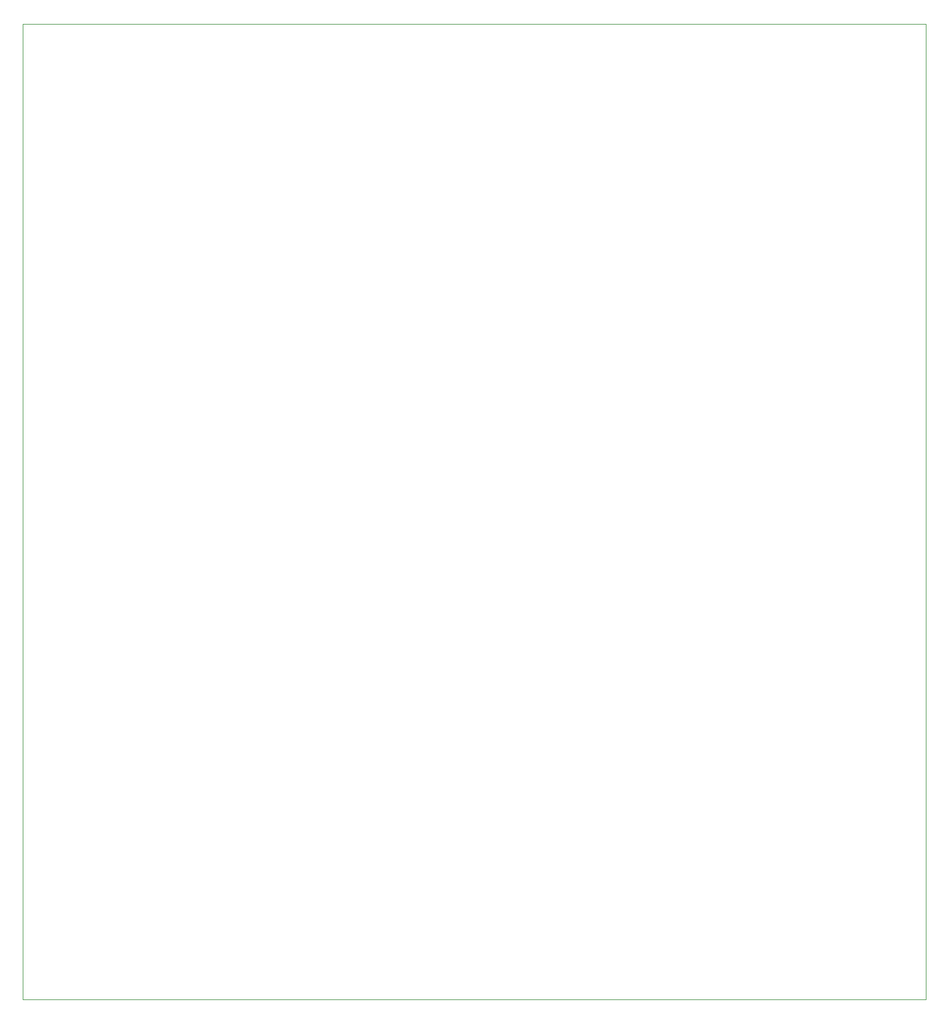
<source format=gbr>
%TF.GenerationSoftware,KiCad,Pcbnew,(5.1.7)-1*%
%TF.CreationDate,2021-02-09T15:47:09-06:00*%
%TF.ProjectId,LED-Driver-Board,4c45442d-4472-4697-9665-722d426f6172,rev?*%
%TF.SameCoordinates,Original*%
%TF.FileFunction,Profile,NP*%
%FSLAX46Y46*%
G04 Gerber Fmt 4.6, Leading zero omitted, Abs format (unit mm)*
G04 Created by KiCad (PCBNEW (5.1.7)-1) date 2021-02-09 15:47:09*
%MOMM*%
%LPD*%
G01*
G04 APERTURE LIST*
%TA.AperFunction,Profile*%
%ADD10C,0.050000*%
%TD*%
G04 APERTURE END LIST*
D10*
X170180000Y-34925000D02*
X170180000Y-95885000D01*
X42545000Y-34925000D02*
X170180000Y-34925000D01*
X42545000Y-172720000D02*
X42545000Y-34925000D01*
X170180000Y-172720000D02*
X42545000Y-172720000D01*
X170180000Y-95885000D02*
X170180000Y-172720000D01*
M02*

</source>
